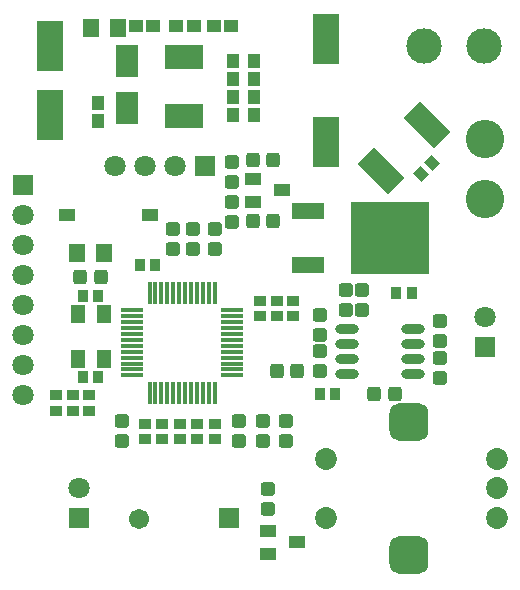
<source format=gts>
G04*
G04 #@! TF.GenerationSoftware,Altium Limited,Altium Designer,21.3.2 (30)*
G04*
G04 Layer_Color=8388736*
%FSTAX24Y24*%
%MOIN*%
G70*
G04*
G04 #@! TF.SameCoordinates,587B8423-3D13-4A71-8966-67BAEF8921A1*
G04*
G04*
G04 #@! TF.FilePolarity,Negative*
G04*
G01*
G75*
%ADD41R,0.0178X0.0729*%
%ADD42R,0.0729X0.0178*%
%ADD43R,0.0867X0.1694*%
%ADD44R,0.0552X0.0415*%
G04:AMPARAMS|DCode=45|XSize=47.4mil|YSize=43.4mil|CornerRadius=8.4mil|HoleSize=0mil|Usage=FLASHONLY|Rotation=90.000|XOffset=0mil|YOffset=0mil|HoleType=Round|Shape=RoundedRectangle|*
%AMROUNDEDRECTD45*
21,1,0.0474,0.0266,0,0,90.0*
21,1,0.0305,0.0434,0,0,90.0*
1,1,0.0169,0.0133,0.0153*
1,1,0.0169,0.0133,-0.0153*
1,1,0.0169,-0.0133,-0.0153*
1,1,0.0169,-0.0133,0.0153*
%
%ADD45ROUNDEDRECTD45*%
%ADD46R,0.0415X0.0356*%
%ADD47R,0.0356X0.0415*%
%ADD48R,0.0474X0.0631*%
%ADD49R,0.0552X0.0395*%
G04:AMPARAMS|DCode=50|XSize=47.4mil|YSize=43.4mil|CornerRadius=8.4mil|HoleSize=0mil|Usage=FLASHONLY|Rotation=0.000|XOffset=0mil|YOffset=0mil|HoleType=Round|Shape=RoundedRectangle|*
%AMROUNDEDRECTD50*
21,1,0.0474,0.0266,0,0,0.0*
21,1,0.0305,0.0434,0,0,0.0*
1,1,0.0169,0.0153,-0.0133*
1,1,0.0169,-0.0153,-0.0133*
1,1,0.0169,-0.0153,0.0133*
1,1,0.0169,0.0153,0.0133*
%
%ADD50ROUNDEDRECTD50*%
%ADD51R,0.0580X0.0630*%
G04:AMPARAMS|DCode=52|XSize=143.8mil|YSize=78.9mil|CornerRadius=0mil|HoleSize=0mil|Usage=FLASHONLY|Rotation=315.000|XOffset=0mil|YOffset=0mil|HoleType=Round|Shape=Rectangle|*
%AMROTATEDRECTD52*
4,1,4,-0.0787,0.0230,-0.0230,0.0787,0.0787,-0.0230,0.0230,-0.0787,-0.0787,0.0230,0.0*
%
%ADD52ROTATEDRECTD52*%

%ADD53R,0.0867X0.1655*%
%ADD54R,0.1064X0.0552*%
%ADD55R,0.2639X0.2442*%
%ADD56R,0.0749X0.1064*%
%ADD57R,0.0434X0.0454*%
G04:AMPARAMS|DCode=58|XSize=41.5mil|YSize=35.6mil|CornerRadius=0mil|HoleSize=0mil|Usage=FLASHONLY|Rotation=135.000|XOffset=0mil|YOffset=0mil|HoleType=Round|Shape=Rectangle|*
%AMROTATEDRECTD58*
4,1,4,0.0272,-0.0021,0.0021,-0.0272,-0.0272,0.0021,-0.0021,0.0272,0.0272,-0.0021,0.0*
%
%ADD58ROTATEDRECTD58*%

%ADD59O,0.0789X0.0316*%
%ADD60R,0.0454X0.0434*%
%ADD61R,0.1300X0.0789*%
%ADD62C,0.0710*%
%ADD63R,0.0710X0.0710*%
%ADD64R,0.0710X0.0710*%
G04:AMPARAMS|DCode=65|XSize=130mil|YSize=126.1mil|CornerRadius=33.5mil|HoleSize=0mil|Usage=FLASHONLY|Rotation=0.000|XOffset=0mil|YOffset=0mil|HoleType=Round|Shape=RoundedRectangle|*
%AMROUNDEDRECTD65*
21,1,0.1300,0.0591,0,0,0.0*
21,1,0.0630,0.1261,0,0,0.0*
1,1,0.0671,0.0315,-0.0295*
1,1,0.0671,-0.0315,-0.0295*
1,1,0.0671,-0.0315,0.0295*
1,1,0.0671,0.0315,0.0295*
%
%ADD65ROUNDEDRECTD65*%
%ADD66C,0.0730*%
%ADD67R,0.0671X0.0671*%
%ADD68C,0.0671*%
%ADD69C,0.1180*%
%ADD70C,0.1280*%
D41*
X033517Y029969D02*
D03*
X033714D02*
D03*
X033911D02*
D03*
X034108D02*
D03*
X034305D02*
D03*
X034502D02*
D03*
X034698D02*
D03*
X034895D02*
D03*
X035092D02*
D03*
X035289D02*
D03*
X035486D02*
D03*
X035683D02*
D03*
Y026632D02*
D03*
X035486D02*
D03*
X035289D02*
D03*
X035092D02*
D03*
X034895D02*
D03*
X034698D02*
D03*
X034502D02*
D03*
X034305D02*
D03*
X034108D02*
D03*
X033911D02*
D03*
X033714D02*
D03*
X033517D02*
D03*
D42*
X036268Y029383D02*
D03*
Y029186D02*
D03*
Y028989D02*
D03*
Y028792D02*
D03*
Y028595D02*
D03*
Y028398D02*
D03*
Y028202D02*
D03*
Y028005D02*
D03*
Y027808D02*
D03*
Y027611D02*
D03*
Y027414D02*
D03*
Y027217D02*
D03*
X032931D02*
D03*
Y027414D02*
D03*
Y027611D02*
D03*
Y027808D02*
D03*
Y028005D02*
D03*
Y028202D02*
D03*
Y028398D02*
D03*
Y028595D02*
D03*
Y028792D02*
D03*
Y028989D02*
D03*
Y029186D02*
D03*
Y029383D02*
D03*
D43*
X0394Y038413D02*
D03*
Y034987D02*
D03*
D44*
X037942Y033398D02*
D03*
X03696Y03377D02*
D03*
X036958Y033012D02*
D03*
X037458Y021262D02*
D03*
X03746Y02202D02*
D03*
X038442Y021648D02*
D03*
D45*
X037635Y0344D02*
D03*
X036965D02*
D03*
X031215Y0305D02*
D03*
X031885D02*
D03*
X038435Y02735D02*
D03*
X037765D02*
D03*
X041685Y0266D02*
D03*
X041015D02*
D03*
X037635Y03235D02*
D03*
X036965D02*
D03*
D46*
X0304Y026556D02*
D03*
Y026044D02*
D03*
X0372Y029194D02*
D03*
Y029706D02*
D03*
X0315Y026556D02*
D03*
Y026044D02*
D03*
X03095Y026556D02*
D03*
Y026044D02*
D03*
X03775Y029194D02*
D03*
Y029706D02*
D03*
X0383Y029194D02*
D03*
Y029706D02*
D03*
X033937Y025606D02*
D03*
Y025094D02*
D03*
X0357Y025606D02*
D03*
Y025094D02*
D03*
X034525D02*
D03*
Y025606D02*
D03*
X03335Y025094D02*
D03*
Y025606D02*
D03*
X035113Y025094D02*
D03*
Y025606D02*
D03*
D47*
X031806Y02985D02*
D03*
X031294D02*
D03*
Y02715D02*
D03*
X031806D02*
D03*
X033706Y0309D02*
D03*
X033194D02*
D03*
X039194Y0266D02*
D03*
X039706D02*
D03*
X041744Y02995D02*
D03*
X042256D02*
D03*
D48*
X031117Y027752D02*
D03*
Y029248D02*
D03*
X031983Y027752D02*
D03*
Y029248D02*
D03*
D49*
X030772Y03255D02*
D03*
X033528D02*
D03*
D50*
X03625Y033665D02*
D03*
Y034335D02*
D03*
X0343Y032085D02*
D03*
Y031415D02*
D03*
X03495Y032085D02*
D03*
Y031415D02*
D03*
X0357Y032085D02*
D03*
Y031415D02*
D03*
X0365Y025015D02*
D03*
Y025685D02*
D03*
X03805D02*
D03*
Y025015D02*
D03*
X0373Y025685D02*
D03*
Y025015D02*
D03*
X0392Y028565D02*
D03*
Y029235D02*
D03*
X04005Y029381D02*
D03*
Y03005D02*
D03*
X0326Y025685D02*
D03*
Y025015D02*
D03*
X03625Y032985D02*
D03*
Y032315D02*
D03*
X0406Y029381D02*
D03*
Y03005D02*
D03*
X0392Y027365D02*
D03*
Y028035D02*
D03*
X0432Y027785D02*
D03*
Y027115D02*
D03*
Y029035D02*
D03*
Y028365D02*
D03*
X03745Y022765D02*
D03*
Y023435D02*
D03*
D51*
X032Y0313D02*
D03*
X0311D02*
D03*
X03245Y0388D02*
D03*
X03155D02*
D03*
D52*
X041227Y034027D02*
D03*
X042773Y035573D02*
D03*
D53*
X0302Y0359D02*
D03*
Y038183D02*
D03*
D54*
X038788Y032696D02*
D03*
X038788Y030896D02*
D03*
D55*
X041524Y031796D02*
D03*
D56*
X03275Y037687D02*
D03*
Y036113D02*
D03*
D57*
X037Y036495D02*
D03*
Y035905D02*
D03*
X0363D02*
D03*
Y036495D02*
D03*
X0318Y035705D02*
D03*
Y036295D02*
D03*
X0363Y037105D02*
D03*
Y037695D02*
D03*
X037Y037105D02*
D03*
Y037695D02*
D03*
D58*
X042931Y034281D02*
D03*
X042569Y033919D02*
D03*
D59*
X042312Y02725D02*
D03*
Y02775D02*
D03*
Y02825D02*
D03*
Y02875D02*
D03*
X040088Y02725D02*
D03*
Y02775D02*
D03*
Y02825D02*
D03*
Y02875D02*
D03*
D60*
X033055Y03885D02*
D03*
X033645D02*
D03*
X034405D02*
D03*
X034995D02*
D03*
X035655D02*
D03*
X036245D02*
D03*
D61*
X03465Y035866D02*
D03*
Y037834D02*
D03*
D62*
X0447Y02915D02*
D03*
X03235Y0342D02*
D03*
X03335D02*
D03*
X03435D02*
D03*
X0293Y02655D02*
D03*
Y02755D02*
D03*
Y02855D02*
D03*
Y02955D02*
D03*
Y03055D02*
D03*
Y03155D02*
D03*
Y03255D02*
D03*
X03115Y02345D02*
D03*
D63*
X0447Y02815D02*
D03*
X0293Y03355D02*
D03*
X03115Y02245D02*
D03*
D64*
X03535Y0342D02*
D03*
D65*
X04215Y025655D02*
D03*
Y021245D02*
D03*
D66*
X039394Y024434D02*
D03*
Y022466D02*
D03*
X045103Y024434D02*
D03*
Y02345D02*
D03*
Y022466D02*
D03*
D67*
X03615Y02245D02*
D03*
D68*
X03315Y022445D02*
D03*
D69*
X04265Y0382D02*
D03*
X04465D02*
D03*
D70*
X0447Y0331D02*
D03*
Y0351D02*
D03*
M02*

</source>
